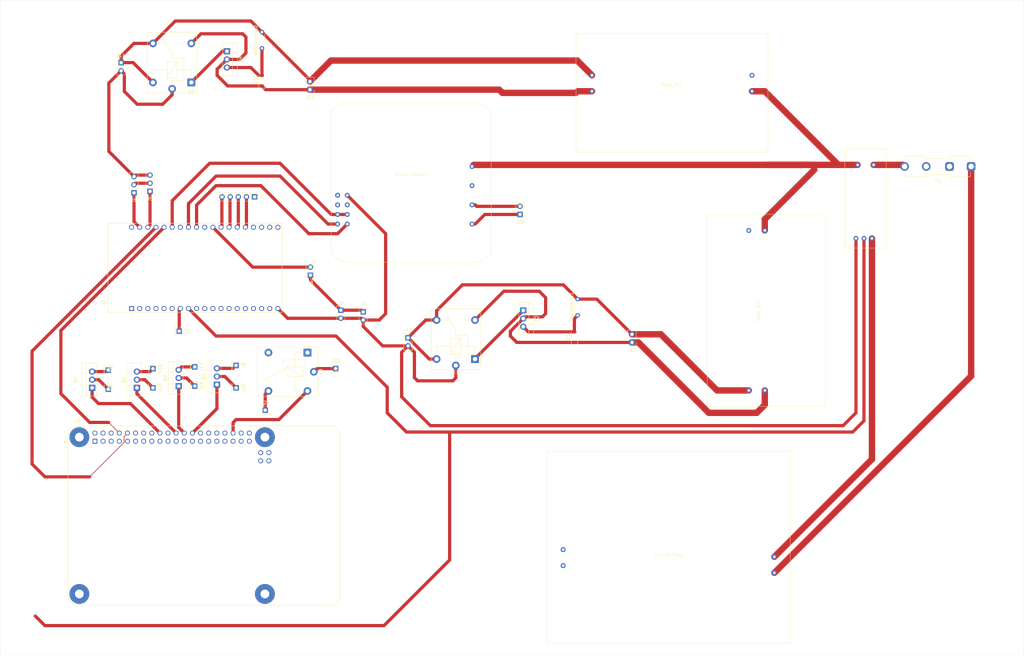
<source format=kicad_pcb>
(kicad_pcb (version 20240108) (generator "pcbnew") (generator_version "8.0")
  (layers (0 "F.Cu" signal) (31 "B.Cu" signal) (34 "B.Paste" user) (35 "F.Paste" user) (36 "B.SilkS" user "B.Silkscreen") (37 "F.SilkS" user "F.Silkscreen") (38 "B.Mask" user) (39 "F.Mask" user) (44 "Edge.Cuts" user))
  (net 0 "")
  (net 1 "Net-(D1-K)")
  (net 2 "Net-(D1-A)")
  (net 3 "Net-(D2-K)")
  (net 4 "Net-(D3-A)")
  (net 5 "Net-(D4-K)")
  (net 6 "Servo2")
  (net 7 "GND")
  (net 8 "SensorGiro")
  (net 9 "Corriente")
  (net 10 "Acelerador")
  (net 11 "5V")
  (net 12 "Servo1")
  (net 13 "Rele2")
  (net 14 "Rele5")
  (net 15 "Rele3")
  (net 16 "Rele4")
  (net 17 "Rele1")
  (net 18 "Net-(J4-Pin_2)")
  (net 24 "TX ESP")
  (net 29 "Net-(J4-Pin_3)")
  (net 33 "RX ESP")
  (net 37 "L_PWM")
  (net 38 "R_PWM")
  (net 39 "R_EN_L_EN")
  (net 40 "7V")
  (net 41 "Net-(J8-Pin_1)")
  (net 42 "Net-(J16-Pin_1)")
  (net 43 "Net-(J17-Pin_1)")
  (net 44 "Net-(J18-Pin_1)")
  (net 45 "Net-(J19-Pin_1)")
  (net 46 "Net-(J20-Pin_1)")
  (net 47 "Net-(J21-Pin_1)")
  (net 48 "Net-(J22-Pin_1)")
  (net 49 "Net-(J23-Pin_1)")
  (net 50 "Net-(J24-Pin_1)")
  (net 51 "Net-(D3-K)")
  (net 52 "Net-(Driver_Motor1-VIN_MOTOR_1)")
  (net 54 "Net-(Driver_Motor1-VIN)")
  (net 56 "Net-(Driver_Motor1-VIN_MOTOR_2)")
  (net 59 "Net-(Sensor_Corriente1-Cable2)")
  (net 60 "Net-(J4-Pin_4)")
  (net 61 "Net-(J4-Pin_5)")
  (net 67 "Net-(U2-3V3-Pad1)")
  (net 80 "Net-(U2-SHIELD-PadS1)")
  (footprint "Connector_PinHeader_2.54mm:PinHeader_1x02_P2.54mm_Vertical" (layer "F.Cu") (at 163.5 138.46)
    (property "Reference" "J7" (at 0 -2.33 0) (layer "F.SilkS"))
    (property "Value" "SensorGiro")
    (pad "1" thru_hole rect (at 0 0) (size 1.7 1.7) (drill 1) (layers "*.Cu" "*.Mask") (net 7 "GND"))
    (pad "2" thru_hole oval (at 0 2.54) (size 1.7 1.7) (drill 1) (layers "*.Cu" "*.Mask") (net 11 "5V"))
  )
  (footprint "Resistor_THT:R_Axial_DIN0204_L3.6mm_D1.6mm_P5.08mm_Horizontal" (layer "F.Cu") (at 230.5 139.54 90)
    (property "Reference" "Resistencia1" (at 2.54 -1.92 90) (layer "F.SilkS"))
    (property "Value" "Resistencia 5V")
    (pad "1" thru_hole circle (at 0 0 90) (size 1.4 1.4) (drill 0.7) (layers "*.Cu" "*.Mask") (net 2 "Net-(D1-A)"))
    (pad "2" thru_hole oval (at 5.08 0 90) (size 1.4 1.4) (drill 0.7) (layers "*.Cu" "*.Mask") (net 7 "GND"))
  )
  (footprint "Connector_PinHeader_2.54mm:PinHeader_1x01_P2.54mm_Vertical" (layer "F.Cu") (at 106 144.5 -90)
    (property "Reference" "J2" (at 0 -2.33 90) (layer "F.SilkS"))
    (property "Value" "Sensor Giro" (hide yes))
    (pad "1" thru_hole rect (at 0 0 270) (size 1.7 1.7) (drill 1) (layers "*.Cu" "*.Mask") (net 8 "SensorGiro"))
  )
  (footprint "Connector_PinHeader_2.54mm:PinHeader_1x01_P2.54mm_Vertical" (layer "F.Cu") (at 154.87 156.1745)
    (property "Reference" "J23" (at 0 -2.33 360) (layer "F.SilkS"))
    (property "Value" "Arranque1")
    (pad "1" thru_hole rect (at 0 0) (size 1.7 1.7) (drill 1) (layers "*.Cu" "*.Mask") (net 49 "Net-(J23-Pin_1)"))
  )
  (footprint "Connector_PinHeader_2.54mm:PinHeader_1x01_P2.54mm_Vertical" (layer "F.Cu") (at 83.825 162.647 -90)
    (property "Reference" "J22" (at -0.54 -0.54 90) (layer "F.SilkS"))
    (property "Value" "Sobrante2")
    (pad "1" thru_hole rect (at 0 0 270) (size 1.7 1.7) (drill 1) (layers "*.Cu" "*.Mask") (net 48 "Net-(J22-Pin_1)"))
  )
  (footprint "Relay_THT:Relay_SPDT_Finder_36.11" (layer "F.Cu") (at 198.4325 153.2 180)
    (property "Reference" "K1" (at 6 -4.2 0) (layer "F.SilkS"))
    (property "Value" "Rele 5V")
    (pad "11" thru_hole circle (at 6 -2 180) (size 2.4 2.4) (drill 1.3) (layers "*.Cu" "*.Mask") (net 11 "5V") (clearance 0.2))
    (pad "12" thru_hole circle (at 12 12.2 180) (size 2.4 2.4) (drill 1.3) (layers "*.Cu" "*.Mask") (net 7 "GND"))
    (pad "14" thru_hole circle (at 0 12.2 180) (size 2.4 2.4) (drill 1.3) (layers "*.Cu" "*.Mask") (net 1 "Net-(D1-K)"))
    (pad "A1" thru_hole roundrect (at 0 0 180) (size 2.5 2.5) (drill 1.3) (layers "*.Cu" "*.Mask") (roundrect_rratio 0.1) (net 3 "Net-(D2-K)"))
    (pad "A2" thru_hole circle (at 12 0 180) (size 2.4 2.4) (drill 1.3) (layers "*.Cu" "*.Mask") (net 7 "GND"))
  )
  (footprint "Connector_PinHeader_2.54mm:PinHeader_1x02_P2.54mm_Vertical" (layer "F.Cu") (at 146.84 69 180)
    (property "Reference" "J13" (at 0 -2.33 0) (layer "F.SilkS"))
    (property "Value" "Conector Entrada 7V")
    (pad "1" thru_hole rect (at 0 0 180) (size 1.7 1.7) (drill 1) (layers "*.Cu" "*.Mask") (net 51 "Net-(D3-K)"))
    (pad "2" thru_hole oval (at 0 2.54 180) (size 1.7 1.7) (drill 1) (layers "*.Cu" "*.Mask") (net 7 "GND"))
  )
  (footprint "Package_TO_SOT_THT:TO-220-3_Vertical" (layer "F.Cu") (at 120.895 57 -90)
    (property "Reference" "D4" (at 2.54 -4.27 90) (layer "F.SilkS"))
    (property "Value" "SCR 7V")
    (pad "1" thru_hole rect (at 0 0 270) (size 1.905 2) (drill 1.1) (layers "*.Cu" "*.Mask") (net 5 "Net-(D4-K)"))
    (pad "2" thru_hole oval (at 2.54 0 270) (size 1.905 2) (drill 1.1) (layers "*.Cu" "*.Mask") (net 51 "Net-(D3-K)"))
    (pad "3" thru_hole oval (at 5.08 0 270) (size 1.905 2) (drill 1.1) (layers "*.Cu" "*.Mask") (net 4 "Net-(D3-A)"))
  )
  (footprint "Connector_PinHeader_2.54mm:PinHeader_1x01_P2.54mm_Vertical" (layer "F.Cu") (at 97.77 162.187 -90)
    (property "Reference" "J20" (at 0 -2.33 90) (layer "F.SilkS"))
    (property "Value" "MarchaAtras2")
    (pad "1" thru_hole rect (at 0 0 270) (size 1.7 1.7) (drill 1) (layers "*.Cu" "*.Mask") (net 46 "Net-(J20-Pin_1)"))
  )
  (footprint "Package_TO_SOT_THT:TO-220-3_Vertical" (layer "F.Cu") (at 78.77 162.187 90)
    (property "Reference" "Q4" (at 2.54 -5.27 90) (layer "F.SilkS"))
    (property "Value" "IO14")
    (pad "1" thru_hole rect (at 0 0 90) (size 1.905 2) (drill 1.1) (layers "*.Cu" "*.Mask") (net 16 "Rele4"))
    (pad "2" thru_hole oval (at 2.54 0 90) (size 1.905 2) (drill 1.1) (layers "*.Cu" "*.Mask") (net 48 "Net-(J22-Pin_1)"))
    (pad "3" thru_hole oval (at 5.08 0 90) (size 1.905 2) (drill 1.1) (layers "*.Cu" "*.Mask") (net 47 "Net-(J21-Pin_1)"))
  )
  (footprint "Sensor_Corriente:Sensor_Corriente" (layer "F.Cu") (at 320.5 103 90)
    (property "Reference" "Sensor_Corriente1" (hide yes))
    (property "Value" "~")
    (pad "1" thru_hole circle (at -12.5 -3 90) (size 1.524 1.524) (drill 0.762) (layers "*.Cu" "*.Mask") (net 11 "5V"))
    (pad "2" thru_hole circle (at -12.5 -0.5 90) (size 1.524 1.524) (drill 0.762) (layers "*.Cu" "*.Mask") (net 9 "Corriente"))
    (pad "3" thru_hole circle (at -12.5 2 90) (size 1.524 1.524) (drill 0.762) (layers "*.Cu" "*.Mask") (net 7 "GND"))
    (pad "4" thru_hole circle (at 10.5 -2.5 90) (size 1.524 1.524) (drill 0.762) (layers "*.Cu" "*.Mask") (net 54 "Net-(Driver_Motor1-VIN)"))
    (pad "5" thru_hole circle (at 10.5 2.5 90) (size 1.524 1.524) (drill 0.762) (layers "*.Cu" "*.Mask") (net 59 "Net-(Sensor_Corriente1-Cable2)"))
  )
  (footprint "Connector_PinHeader_2.54mm:PinHeader_1x01_P2.54mm_Vertical" (layer "F.Cu") (at 123.77 155.187 -90)
    (property "Reference" "J8" (at 0 -2.33 90) (layer "F.SilkS"))
    (property "Value" "Luz1")
    (pad "1" thru_hole rect (at 0 0 270) (size 1.7 1.7) (drill 1) (layers "*.Cu" "*.Mask") (net 41 "Net-(J8-Pin_1)"))
  )
  (footprint "XL4060_Footprint:XL4016" (layer "F.Cu") (at 260 70 180)
    (property "Reference" "Step_7V1" (at 0 2.5 0) (layer "F.SilkS") (effects (font (thickness 0.1))))
    (property "Value" "~")
    (pad "1" thru_hole circle (at -25 0.5 180) (size 1.524 1.524) (drill 0.762) (layers "*.Cu" "*.Mask") (net 54 "Net-(Driver_Motor1-VIN)"))
    (pad "2" thru_hole circle (at -25 5.5 180) (size 1.524 1.524) (drill 0.762) (layers "*.Cu" "*.Mask") (net 7 "GND"))
    (pad "3" thru_hole circle (at 25 0.5 180) (size 1.524 1.524) (drill 0.762) (layers "*.Cu" "*.Mask") (net 51 "Net-(D3-K)"))
    (pad "4" thru_hole circle (at 25 5.5 180) (size 1.524 1.524) (drill 0.762) (layers "*.Cu" "*.Mask") (net 7 "GND"))
  )
  (footprint "Connector_PinHeader_2.54mm:PinHeader_1x02_P2.54mm_Vertical" (layer "F.Cu") (at 87.84 60.54)
    (property "Reference" "J14" (at 0 -2.33 0) (layer "F.SilkS"))
    (property "Value" "Conector Salida 7V")
    (pad "1" thru_hole rect (at 0 0) (size 1.7 1.7) (drill 1) (layers "*.Cu" "*.Mask") (net 7 "GND"))
    (pad "2" thru_hole oval (at 0 2.54) (size 1.7 1.7) (drill 1) (layers "*.Cu" "*.Mask") (net 40 "7V"))
  )
  (footprint "Huella_Rasp:MODULE_RASPBERRY_PI_4B_4GB" (layer "F.Cu") (at 113.77 202.107)
    (property "Reference" "U2" (at -39.575 -29.635 360) (layer "F.SilkS"))
    (property "Value" "RASPBERRY_PI_4B_4GB")
    (pad "1" thru_hole rect (at -34.13 -23.23) (size 1.524 1.524) (drill 1.016) (layers "*.Cu" "*.Mask") (net 67 "Net-(U2-3V3-Pad1)"))
    (pad "2" thru_hole circle (at -34.13 -25.77) (size 1.524 1.524) (drill 1.016) (layers "*.Cu" "*.Mask") (net 11 "5V"))
    (pad "3" thru_hole circle (at -31.59 -23.23) (size 1.524 1.524) (drill 1.016) (layers "*.Cu" "*.Mask"))
    (pad "4" thru_hole circle (at -31.59 -25.77) (size 1.524 1.524) (drill 1.016) (layers "*.Cu" "*.Mask") (net 11 "5V"))
    (pad "5" thru_hole circle (at -29.05 -23.23) (size 1.524 1.524) (drill 1.016) (layers "*.Cu" "*.Mask"))
    (pad "6" thru_hole circle (at -29.05 -25.77) (size 1.524 1.524) (drill 1.016) (layers "*.Cu" "*.Mask") (net 7 "GND"))
    (pad "7" thru_hole circle (at -26.51 -23.23) (size 1.524 1.524) (drill 1.016) (layers "*.Cu" "*.Mask"))
    (pad "8" thru_hole circle (at -26.51 -25.77) (size 1.524 1.524) (drill 1.016) (layers "*.Cu" "*.Mask") (net 33 "RX ESP"))
    (pad "9" thru_hole circle (at -23.97 -23.23) (size 1.524 1.524) (drill 1.016) (layers "*.Cu" "*.Mask") (net 7 "GND"))
    (pad "10" thru_hole circle (at -23.97 -25.77) (size 1.524 1.524) (drill 1.016) (layers "*.Cu" "*.Mask") (net 24 "TX ESP"))
    (pad "11" thru_hole circle (at -21.43 -23.23) (size 1.524 1.524) (drill 1.016) (layers "*.Cu" "*.Mask"))
    (pad "12" thru_hole circle (at -21.43 -25.77) (size 1.524 1.524) (drill 1.016) (layers "*.Cu" "*.Mask"))
    (pad "13" thru_hole circle (at -18.89 -23.23) (size 1.524 1.524) (drill 1.016) (layers "*.Cu" "*.Mask"))
    (pad "14" thru_hole circle (at -18.89 -25.77) (size 1.524 1.524) (drill 1.016) (layers "*.Cu" "*.Mask") (net 7 "GND"))
    (pad "15" thru_hole circle (at -16.35 -23.23) (size 1.524 1.524) (drill 1.016) (layers "*.Cu" "*.Mask"))
    (pad "16" thru_hole circle (at -16.35 -25.77) (size 1.524 1.524) (drill 1.016) (layers "*.Cu" "*.Mask"))
    (pad "17" thru_hole circle (at -13.81 -23.23) (size 1.524 1.524) (drill 1.016) (layers "*.Cu" "*.Mask") (net 67 "Net-(U2-3V3-Pad1)"))
    (pad "18" thru_hole circle (at -13.81 -25.77) (size 1.524 1.524) (drill 1.016) (layers "*.Cu" "*.Mask") (net 16 "Rele4"))
    (pad "19" thru_hole circle (at -11.27 -23.23) (size 1.524 1.524) (drill 1.016) (layers "*.Cu" "*.Mask"))
    (pad "20" thru_hole circle (at -11.27 -25.77) (size 1.524 1.524) (drill 1.016) (layers "*.Cu" "*.Mask") (net 7 "GND"))
    (pad "21" thru_hole circle (at -8.73 -23.23) (size 1.524 1.524) (drill 1.016) (layers "*.Cu" "*.Mask"))
    (pad "22" thru_hole circle (at -8.73 -25.77) (size 1.524 1.524) (drill 1.016) (layers "*.Cu" "*.Mask") (net 15 "Rele3"))
    (pad "23" thru_hole circle (at -6.19 -23.23) (size 1.524 1.524) (drill 1.016) (layers "*.Cu" "*.Mask"))
    (pad "24" thru_hole circle (at -6.19 -25.77) (size 1.524 1.524) (drill 1.016) (layers "*.Cu" "*.Mask") (net 13 "Rele2"))
    (pad "25" thru_hole circle (at -3.65 -23.23) (size 1.524 1.524) (drill 1.016) (layers "*.Cu" "*.Mask") (net 7 "GND"))
    (pad "26" thru_hole circle (at -3.65 -25.77) (size 1.524 1.524) (drill 1.016) (layers "*.Cu" "*.Mask") (net 17 "Rele1"))
    (pad "27" thru_hole circle (at -1.11 -23.23) (size 1.524 1.524) (drill 1.016) (layers "*.Cu" "*.Mask"))
    (pad "28" thru_hole circle (at -1.11 -25.77) (size 1.524 1.524) (drill 1.016) (layers "*.Cu" "*.Mask"))
    (pad "29" thru_hole circle (at 1.43 -23.23) (size 1.524 1.524) (drill 1.016) (layers "*.Cu" "*.Mask"))
    (pad "30" thru_hole circle (at 1.43 -25.77) (size 1.524 1.524) (drill 1.016) (layers "*.Cu" "*.Mask") (net 7 "GND"))
    (pad "31" thru_hole circle (at 3.97 -23.23) (size 1.524 1.524) (drill 1.016) (layers "*.Cu" "*.Mask"))
    (pad "32" thru_hole circle (at 3.97 -25.77) (size 1.524 1.524) (drill 1.016) (layers "*.Cu" "*.Mask"))
    (pad "33" thru_hole circle (at 6.51 -23.23) (size 1.524 1.524) (drill 1.016) (layers "*.Cu" "*.Mask"))
    (pad "34" thru_hole circle (at 6.51 -25.77) (size 1.524 1.524) (drill 1.016) (layers "*.Cu" "*.Mask") (net 7 "GND"))
    (pad "35" thru_hole circle (at 9.05 -23.23) (size 1.524 1.524) (drill 1.016) (layers "*.Cu" "*.Mask"))
    (pad "36" thru_hole circle (at 9.05 -25.77) (size 1.524 1.524) (drill 1.016) (layers "*.Cu" "*.Mask") (net 14 "Rele5"))
    (pad "37" thru_hole circle (at 11.59 -23.23) (size 1.524 1.524) (drill 1.016) (layers "*.Cu" "*.Mask"))
    (pad "38" thru_hole circle (at 11.59 -25.77) (size 1.524 1.524) (drill 1.016) (layers "*.Cu" "*.Mask"))
    (pad "39" thru_hole circle (at 14.13 -23.23) (size 1.524 1.524) (drill 1.016) (layers "*.Cu" "*.Mask") (net 7 "GND"))
    (pad "40" thru_hole circle (at 14.13 -25.77) (size 1.524 1.524) (drill 1.016) (layers "*.Cu" "*.Mask"))
    (pad "41" thru_hole circle (at 20.23 -17.107) (size 1.524 1.524) (drill 1.016) (layers "*.Cu" "*.Mask"))
    (pad "42" thru_hole circle (at 20.23 -19.647) (size 1.524 1.524) (drill 1.016) (layers "*.Cu" "*.Mask"))
    (pad "43" thru_hole circle (at 17.69 -17.107) (size 1.524 1.524) (drill 1.016) (layers "*.Cu" "*.Mask"))
    (pad "44" thru_hole circle (at 17.69 -19.647) (size 1.524 1.524) (drill 1.016) (layers "*.Cu" "*.Mask"))
    (pad "S1" thru_hole circle (at -39 -24.5) (size 6.2 6.2) (drill 2.75) (layers "*.Cu" "*.Mask") (net 80 "Net-(U2-SHIELD-PadS1)"))
    (pad "S2" thru_hole circle (at 19 -24.5) (size 6.2 6.2) (drill 2.75) (layers "*.Cu" "*.Mask") (net 80 "Net-(U2-SHIELD-PadS1)"))
    (pad "S3" thru_hole circle (at 19 24.5) (size 6.2 6.2) (drill 2.75) (layers "*.Cu" "*.Mask") (net 80 "Net-(U2-SHIELD-PadS1)"))
    (pad "S4" thru_hole circle (at -39 24.5) (size 6.2 6.2) (drill 2.75) (layers "*.Cu" "*.Mask") (net 80 "Net-(U2-SHIELD-PadS1)"))
  )
  (footprint "Connector_PinHeader_2.54mm:PinHeader_1x01_P2.54mm_Vertical" (layer "F.Cu") (at 97.77 156.187 -90)
    (property "Reference" "J19" (at 0 -2.33 90) (layer "F.SilkS"))
    (property "Value" "MarchaAtras1")
    (pad "1" thru_hole rect (at 0 0 270) (size 1.7 1.7) (drill 1) (layers "*.Cu" "*.Mask") (net 45 "Net-(J19-Pin_1)"))
  )
  (footprint "XL4060_Footprint:XL4016" (layer "F.Cu") (at 289.5 138 -90)
    (property "Reference" "Step_5V1" (at 0 2.5 90) (layer "F.SilkS") (effects (font (thickness 0.1))))
    (property "Value" "~")
    (pad "1" thru_hole circle (at -25 0.5 270) (size 1.524 1.524) (drill 0.762) (layers "*.Cu" "*.Mask") (net 54 "Net-(Driver_Motor1-VIN)"))
    (pad "2" thru_hole circle (at -25 5.5 270) (size 1.524 1.524) (drill 0.762) (layers "*.Cu" "*.Mask") (net 7 "GND"))
    (pad "3" thru_hole circle (at 25 0.5 270) (size 1.524 1.524) (drill 0.762) (layers "*.Cu" "*.Mask") (net 1 "Net-(D1-K)"))
    (pad "4" thru_hole circle (at 25 5.5 270) (size 1.524 1.524) (drill 0.762) (layers "*.Cu" "*.Mask") (net 7 "GND"))
  )
  (footprint "Package_TO_SOT_THT:TO-220-3_Vertical" (layer "F.Cu") (at 105.825 161.647 90)
    (property "Reference" "Q2" (at 2.54 -4.27 90) (layer "F.SilkS"))
    (property "Value" "IO26")
    (pad "1" thru_hole rect (at 0 0 90) (size 1.905 2) (drill 1.1) (layers "*.Cu" "*.Mask") (net 13 "Rele2"))
    (pad "2" thru_hole oval (at 2.54 0 90) (size 1.905 2) (drill 1.1) (layers "*.Cu" "*.Mask") (net 44 "Net-(J18-Pin_1)"))
    (pad "3" thru_hole oval (at 5.08 0 90) (size 1.905 2) (drill 1.1) (layers "*.Cu" "*.Mask") (net 43 "Net-(J17-Pin_1)"))
  )
  (footprint "Fuse:Fuseholder_Clip-5x20mm_Eaton_1A5601-01_Inline_P20.80x6.76mm_D1.70mm_Horizontal" (layer "F.Cu") (at 353.5 93 180)
    (property "Reference" "F1" (at 10.4 -4.5 0) (layer "F.SilkS"))
    (property "Value" "Fuse")
    (pad "1" thru_hole roundrect (at 0 0 180) (size 2.7 2.7) (drill 1.7) (layers "*.Cu" "*.Mask") (net 54 "Net-(Driver_Motor1-VIN)"))
    (pad "1" thru_hole roundrect (at 6.76 0 180) (size 2.7 2.7) (drill 1.7) (layers "*.Cu" "*.Mask") (net 54 "Net-(Driver_Motor1-VIN)"))
    (pad "2" thru_hole circle (at 14.04 0 180) (size 2.7 2.7) (drill 1.7) (layers "*.Cu" "*.Mask") (net 59 "Net-(Sensor_Corriente1-Cable2)"))
    (pad "2" thru_hole circle (at 20.8 0 180) (size 2.7 2.7) (drill 1.7) (layers "*.Cu" "*.Mask") (net 59 "Net-(Sensor_Corriente1-Cable2)"))
  )
  (footprint "Step_Down_Chino:Step_Down_Chinp" (layer "F.Cu") (at 259 212)
    (property "Reference" "Step_Chino1" (at 0 2.5 180) (layer "F.SilkS") (effects (font (thickness 0.1))))
    (property "Value" "~")
    (pad "1" thru_hole circle (at -33 0.762) (size 1.524 1.524) (drill 0.762) (layers "*.Cu" "*.Mask"))
    (pad "2" thru_hole circle (at -33 5.762) (size 1.524 1.524) (drill 0.762) (layers "*.Cu" "*.Mask"))
    (pad "3" thru_hole circle (at 33 3) (size 1.524 1.524) (drill 0.762) (layers "*.Cu" "*.Mask") (net 7 "GND"))
    (pad "4" thru_hole circle (at 33 8) (size 1.524 1.524) (drill 0.762) (layers "*.Cu" "*.Mask") (net 54 "Net-(Driver_Motor1-VIN)"))
  )
  (footprint "Package_TO_SOT_THT:TO-220-3_Vertical" (layer "F.Cu") (at 117.77 161.187 90)
    (property "Reference" "Q1" (at 2.54 -4.27 90) (layer "F.SilkS"))
    (property "Value" "IO25")
    (pad "1" thru_hole rect (at 0 0 90) (size 1.905 2) (drill 1.1) (layers "*.Cu" "*.Mask") (net 17 "Rele1"))
    (pad "2" thru_hole oval (at 2.54 0 90) (size 1.905 2) (drill 1.1) (layers "*.Cu" "*.Mask") (net 42 "Net-(J16-Pin_1)"))
    (pad "3" thru_hole oval (at 5.08 0 90) (size 1.905 2) (drill 1.1) (layers "*.Cu" "*.Mask") (net 41 "Net-(J8-Pin_1)"))
  )
  (footprint "Connector_PinHeader_2.54mm:PinHeader_1x01_P2.54mm_Vertical" (layer "F.Cu") (at 110.825 161.647 -90)
    (property "Reference" "J18" (at 0 -2.33 90) (layer "F.SilkS"))
    (property "Value" "Cambios 2")
    (pad "1" thru_hole rect (at 0 0 270) (size 1.7 1.7) (drill 1) (layers "*.Cu" "*.Mask") (net 44 "Net-(J18-Pin_1)"))
  )
  (footprint "Connector_PinHeader_2.54mm:PinHeader_1x01_P2.54mm_Vertical" (layer "F.Cu") (at 132.87 169.1745)
    (property "Reference" "J24" (at 0 -2.33 360) (layer "F.SilkS"))
    (property "Value" "Arranque2")
    (pad "1" thru_hole rect (at 0 0) (size 1.7 1.7) (drill 1) (layers "*.Cu" "*.Mask") (net 50 "Net-(J24-Pin_1)"))
  )
  (footprint "Connector_PinHeader_2.54mm:PinHeader_1x01_P2.54mm_Vertical" (layer "F.Cu") (at 123.77 162.187 -90)
    (property "Reference" "J16" (at 0 -2.33 90) (layer "F.SilkS"))
    (property "Value" "Luz2")
    (pad "1" thru_hole rect (at 0 0 270) (size 1.7 1.7) (drill 1) (layers "*.Cu" "*.Mask") (net 42 "Net-(J16-Pin_1)"))
  )
  (footprint "Huella ESP:MODULE_ESP32-DEVKITC-32D" (layer "F.Cu") (at 110.86 124.7 90)
    (property "Reference" "U1" (at -10.829175 -28.446045 90) (layer "F.SilkS") (effects (font (size 1.000386 1.000386))))
    (property "Value" "ESP32-DEVKITC-32D")
    (pad "J2-1" thru_hole rect (at -12.7 -19.76 90) (size 1.56 1.56) (drill 1.04) (layers "*.Cu" "*.Mask"))
    (pad "J2-2" thru_hole circle (at -12.7 -17.22 90) (size 1.56 1.56) (drill 1.04) (layers "*.Cu" "*.Mask"))
    (pad "J2-3" thru_hole circle (at -12.7 -14.68 90) (size 1.56 1.56) (drill 1.04) (layers "*.Cu" "*.Mask"))
    (pad "J2-4" thru_hole circle (at -12.7 -12.14 90) (size 1.56 1.56) (drill 1.04) (layers "*.Cu" "*.Mask"))
    (pad "J2-5" thru_hole circle (at -12.7 -9.6 90) (size 1.56 1.56) (drill 1.04) (layers "*.Cu" "*.Mask"))
    (pad "J2-6" thru_hole circle (at -12.7 -7.06 90) (size 1.56 1.56) (drill 1.04) (layers "*.Cu" "*.Mask"))
    (pad "J2-7" thru_hole circle (at -12.7 -4.52 90) (size 1.56 1.56) (drill 1.04) (layers "*.Cu" "*.Mask") (net 8 "SensorGiro"))
    (pad "J2-8" thru_hole circle (at -12.7 -1.98 90) (size 1.56 1.56) (drill 1.04) (layers "*.Cu" "*.Mask") (net 9 "Corriente"))
    (pad "J2-9" thru_hole circle (at -12.7 0.56 90) (size 1.56 1.56) (drill 1.04) (layers "*.Cu" "*.Mask"))
    (pad "J2-10" thru_hole circle (at -12.7 3.1 90) (size 1.56 1.56) (drill 1.04) (layers "*.Cu" "*.Mask"))
    (pad "J2-11" thru_hole circle (at -12.7 5.64 90) (size 1.56 1.56) (drill 1.04) (layers "*.Cu" "*.Mask"))
    (pad "J2-12" thru_hole circle (at -12.7 8.18 90) (size 1.56 1.56) (drill 1.04) (layers "*.Cu" "*.Mask"))
    (pad "J2-13" thru_hole circle (at -12.7 10.72 90) (size 1.56 1.56) (drill 1.04) (layers "*.Cu" "*.Mask"))
    (pad "J2-14" thru_hole circle (at -12.7 13.26 90) (size 1.56 1.56) (drill 1.04) (layers "*.Cu" "*.Mask") (net 7 "GND"))
    (pad "J2-15" thru_hole circle (at -12.7 15.8 90) (size 1.56 1.56) (drill 1.04) (layers "*.Cu" "*.Mask"))
    (pad "J2-16" thru_hole circle (at -12.7 18.34 90) (size 1.56 1.56) (drill 1.04) (layers "*.Cu" "*.Mask"))
    (pad "J2-17" thru_hole circle (at -12.7 20.88 90) (size 1.56 1.56) (drill 1.04) (layers "*.Cu" "*.Mask"))
    (pad "J2-18" thru_hole circle (at -12.7 23.42 90) (size 1.56 1.56) (drill 1.04) (layers "*.Cu" "*.Mask"))
    (pad "J2-19" thru_hole circle (at -12.7 25.96 90) (size 1.56 1.56) (drill 1.04) (layers "*.Cu" "*.Mask") (net 11 "5V"))
    (pad "J3-1" thru_hole circle (at 12.7 -19.76 90) (size 1.56 1.56) (drill 1.04) (layers "*.Cu" "*.Mask") (net 7 "GND"))
    (pad "J3-2" thru_hole circle (at 12.7 -17.22 90) (size 1.56 1.56) (drill 1.04) (layers "*.Cu" "*.Mask") (net 6 "Servo2"))
    (pad "J3-3" thru_hole circle (at 12.7 -14.68 90) (size 1.56 1.56) (drill 1.04) (layers "*.Cu" "*.Mask") (net 12 "Servo1"))
    (pad "J3-4" thru_hole circle (at 12.7 -12.14 90) (size 1.56 1.56) (drill 1.04) (layers "*.Cu" "*.Mask") (net 24 "TX ESP"))
    (pad "J3-5" thru_hole circle (at 12.7 -9.6 90) (size 1.56 1.56) (drill 1.04) (layers "*.Cu" "*.Mask") (net 33 "RX ESP"))
    (pad "J3-6" thru_hole circle (at 12.7 -7.06 90) (size 1.56 1.56) (drill 1.04) (layers "*.Cu" "*.Mask") (net 39 "R_EN_L_EN"))
    (pad "J3-7" thru_hole circle (at 12.7 -4.52 90) (size 1.56 1.56) (drill 1.04) (layers "*.Cu" "*.Mask") (net 7 "GND"))
    (pad "J3-8" thru_hole circle (at 12.7 -1.98 90) (size 1.56 1.56) (drill 1.04) (layers "*.Cu" "*.Mask") (net 37 "L_PWM"))
    (pad "J3-9" thru_hole circle (at 12.7 0.56 90) (size 1.56 1.56) (drill 1.04) (layers "*.Cu" "*.Mask") (net 38 "R_PWM"))
    (pad "J3-10" thru_hole circle (at 12.7 3.1 90) (size 1.56 1.56) (drill 1.04) (layers "*.Cu" "*.Mask"))
    (pad "J3-11" thru_hole circle (at 12.7 5.64 90) (size 1.56 1.56) (drill 1.04) (layers "*.Cu" "*.Mask") (net 10 "Acelerador"))
    (pad "J3-12" thru_hole circle (at 12.7 8.18 90) (size 1.56 1.56) (drill 1.04) (layers "*.Cu" "*.Mask") (net 61 "Net-(J4-Pin_5)"))
    (pad "J3-13" thru_hole circle (at 12.7 10.72 90) (size 1.56 1.56) (drill 1.04) (layers "*.Cu" "*.Mask") (net 60 "Net-(J4-Pin_4)"))
    (pad "J3-14" thru_hole circle (at 12.7 13.26 90) (size 1.56 1.56) (drill 1.04) (layers "*.Cu" "*.Mask") (net 29 "Net-(J4-Pin_3)"))
    (pad "J3-15" thru_hole circle (at 12.7 15.8 90) (size 1.56 1.56) (drill 1.04) (layers "*.Cu" "*.Mask") (net 18 "Net-(J4-Pin_2)"))
    (pad "J3-16" thru_hole circle (at 12.7 18.34 90) (size 1.56 1.56) (drill 1.04) (layers "*.Cu" "*.Mask"))
    (pad "J3-17" thru_hole circle (at 12.7 20.88 90) (size 1.56 1.56) (drill 1.04) (layers "*.Cu" "*.Mask"))
    (pad "J3-18" thru_hole circle (at 12.7 23.42 90) (size 1.56 1.56) (drill 1.04) (layers "*.Cu" "*.Mask"))
    (pad "J3-19" thru_hole circle (at 12.7 25.96 90) (size 1.56 1.56) (drill 1.04) (layers "*.Cu" "*.Mask"))
  )
  (footprint "Connector_PinHeader_2.54mm:PinHeader_1x02_P2.54mm_Vertical" (layer "F.Cu") (at 247.5 148 180)
    (property "Reference" "J11" (at 0 -2.33 0) (layer "F.SilkS"))
    (property "Value" "Conector Entrada 5V")
    (pad "1" thru_hole rect (at 0 0 180) (size 1.7 1.7) (drill 1) (layers "*.Cu" "*.Mask") (net 1 "Net-(D1-K)"))
    (pad "2" thru_hole oval (at 0 2.54 180) (size 1.7 1.7) (drill 1) (layers "*.Cu" "*.Mask") (net 7 "GND"))
  )
  (footprint "Resistor_THT:R_Axial_DIN0204_L3.6mm_D1.6mm_P5.08mm_Horizontal" (layer "F.Cu") (at 131.84 56.08 90)
    (property "Reference" "Resistencia2" (at 2.54 -1.92 90) (layer "F.SilkS"))
    (property "Value" "Resistencia 7V")
    (pad "1" thru_hole circle (at 0 0 90) (size 1.4 1.4) (drill 0.7) (layers "*.Cu" "*.Mask") (net 4 "Net-(D3-A)"))
    (pad "2" thru_hole oval (at 5.08 0 90) (size 1.4 1.4) (drill 0.7) (layers "*.Cu" "*.Mask") (net 7 "GND"))
  )
  (footprint "Connector_PinHeader_2.54mm:PinHeader_1x02_P2.54mm_Vertical" (layer "F.Cu") (at 147 127 180)
    (property "Reference" "J3" (at 0 -2.33 0) (layer "F.SilkS"))
    (property "Value" "Acelerador")
    (pad "1" thru_hole rect (at 0 0 180) (size 1.7 1.7) (drill 1) (layers "*.Cu" "*.Mask") (net 7 "GND"))
    (pad "2" thru_hole oval (at 0 2.54 180) (size 1.7 1.7) (drill 1) (layers "*.Cu" "*.Mask") (net 10 "Acelerador"))
  )
  (footprint "Connector_PinHeader_2.54mm:PinHeader_1x02_P2.54mm_Vertical" (layer "F.Cu") (at 156.5 137.92)
    (property "Reference" "J6" (at 0 -2.33 0) (layer "F.SilkS"))
    (property "Value" "Antena")
    (pad "1" thru_hole rect (at 0 0) (size 1.7 1.7) (drill 1) (layers "*.Cu" "*.Mask") (net 7 "GND"))
    (pad "2" thru_hole oval (at 0 2.54) (size 1.7 1.7) (drill 1) (layers "*.Cu" "*.Mask") (net 11 "5V"))
  )
  (footprint "Relay_THT:Relay_SPDT_Finder_36.11" (layer "F.Cu") (at 146.07 151.1745 -90)
    (property "Reference" "K3" (at 6 -4.2 90) (layer "F.SilkS"))
    (property "Value" "Arranque")
    (pad "11" thru_hole circle (at 6 -2 270) (size 2.4 2.4) (drill 1.3) (layers "*.Cu" "*.Mask") (net 49 "Net-(J23-Pin_1)") (clearance 0.2))
    (pad "12" thru_hole circle (at 12 12.2 270) (size 2.4 2.4) (drill 1.3) (layers "*.Cu" "*.Mask") (net 50 "Net-(J24-Pin_1)"))
    (pad "14" thru_hole circle (at 0 12.2 270) (size 2.4 2.4) (drill 1.3) (layers "*.Cu" "*.Mask") (net 7 "GND"))
    (pad "A1" thru_hole roundrect (at 0 0 270) (size 2.5 2.5) (drill 1.3) (layers "*.Cu" "*.Mask") (roundrect_rratio 0.1) (net 7 "GND"))
    (pad "A2" thru_hole circle (at 12 0 270) (size 2.4 2.4) (drill 1.3) (layers "*.Cu" "*.Mask") (net 14 "Rele5"))
  )
  (footprint "Package_TO_SOT_THT:TO-220-3_Vertical" (layer "F.Cu") (at 92.77 162.187 90)
    (property "Reference" "Q3" (at 2.54 -4.27 90) (layer "F.SilkS"))
    (property "Value" "IO27")
    (pad "1" thru_hole rect (at 0 0 90) (size 1.905 2) (drill 1.1) (layers "*.Cu" "*.Mask") (net 15 "Rele3"))
    (pad "2" thru_hole oval (at 2.54 0 90) (size 1.905 2) (drill 1.1) (layers "*.Cu" "*.Mask") (net 46 "Net-(J20-Pin_1)"))
    (pad "3" thru_hole oval (at 5.08 0 90) (size 1.905 2) (drill 1.1) (layers "*.Cu" "*.Mask") (net 45 "Net-(J19-Pin_1)"))
  )
  (footprint "Relay_THT:Relay_SPDT_Finder_36.11" (layer "F.Cu") (at 109.7725 66.74 180)
    (property "Reference" "K2" (at 0 -2.8 0) (layer "F.SilkS"))
    (property "Value" "Rele 7V")
    (pad "11" thru_hole circle (at 6 -2 180) (size 2.4 2.4) (drill 1.3) (layers "*.Cu" "*.Mask") (net 40 "7V") (clearance 0.2))
    (pad "12" thru_hole circle (at 12 12.2 180) (size 2.4 2.4) (drill 1.3) (layers "*.Cu" "*.Mask") (net 7 "GND"))
    (pad "14" thru_hole circle (at 0 12.2 180) (size 2.4 2.4) (drill 1.3) (layers "*.Cu" "*.Mask") (net 51 "Net-(D3-K)"))
    (pad "A1" thru_hole roundrect (at 0 0 180) (size 2.5 2.5) (drill 1.3) (layers "*.Cu" "*.Mask") (roundrect_rratio 0.1) (net 5 "Net-(D4-K)"))
    (pad "A2" thru_hole circle (at 12 0 180) (size 2.4 2.4) (drill 1.3) (layers "*.Cu" "*.Mask") (net 7 "GND"))
  )
  (footprint "Connector_PinHeader_2.54mm:PinHeader_1x02_P2.54mm_Vertical" (layer "F.Cu") (at 212.5 108 180)
    (property "Reference" "J25" (at 0 -2.33 0) (layer "F.SilkS"))
    (property "Value" "ControlMotor")
    (pad "1" thru_hole rect (at 0 0 180) (size 1.7 1.7) (drill 1) (layers "*.Cu" "*.Mask") (net 56 "Net-(Driver_Motor1-VIN_MOTOR_2)"))
    (pad "2" thru_hole oval (at 0 2.54 180) (size 1.7 1.7) (drill 1) (layers "*.Cu" "*.Mask") (net 52 "Net-(Driver_Motor1-VIN_MOTOR_1)"))
  )
  (footprint "Connector_PinHeader_2.54mm:PinHeader_1x05_P2.54mm_Vertical" (layer "F.Cu") (at 129.54 102.5 -90)
    (property "Reference" "J4" (at 0 -2.33 90) (layer "F.SilkS"))
    (property "Value" "Conn_01x05_Pin")
    (pad "1" thru_hole rect (at 0 0 270) (size 1.7 1.7) (drill 1) (layers "*.Cu" "*.Mask") (net 7 "GND"))
    (pad "2" thru_hole oval (at 0 2.54 270) (size 1.7 1.7) (drill 1) (layers "*.Cu" "*.Mask") (net 18 "Net-(J4-Pin_2)"))
    (pad "3" thru_hole oval (at 0 5.08 270) (size 1.7 1.7) (drill 1) (layers "*.Cu" "*.Mask") (net 29 "Net-(J4-Pin_3)"))
    (pad "4" thru_hole oval (at 0 7.62 270) (size 1.7 1.7) (drill 1) (layers "*.Cu" "*.Mask") (net 60 "Net-(J4-Pin_4)"))
    (pad "5" thru_hole oval (at 0 10.16 270) (size 1.7 1.7) (drill 1) (layers "*.Cu" "*.Mask") (net 61 "Net-(J4-Pin_5)"))
  )
  (footprint "Connector_PinHeader_2.54mm:PinHeader_1x03_P2.54mm_Vertical" (layer "F.Cu") (at 91.86 101.24 180)
    (property "Reference" "J1" (at 0 -2.33 0) (layer "F.SilkS"))
    (property "Value" "Servo1")
    (pad "1" thru_hole rect (at 0 0 180) (size 1.7 1.7) (drill 1) (layers "*.Cu" "*.Mask") (net 6 "Servo2"))
    (pad "2" thru_hole oval (at 0 2.54 180) (size 1.7 1.7) (drill 1) (layers "*.Cu" "*.Mask") (net 7 "GND"))
    (pad "3" thru_hole oval (at 0 5.08 180) (size 1.7 1.7) (drill 1) (layers "*.Cu" "*.Mask") (net 40 "7V"))
  )
  (footprint "Connector_PinHeader_2.54mm:PinHeader_1x01_P2.54mm_Vertical" (layer "F.Cu") (at 110.825 155.647 -90)
    (property "Reference" "J17" (at 0 -2.33 90) (layer "F.SilkS"))
    (property "Value" "Cambios1")
    (pad "1" thru_hole rect (at 0 0 270) (size 1.7 1.7) (drill 1) (layers "*.Cu" "*.Mask") (net 43 "Net-(J17-Pin_1)"))
  )
  (footprint "Connector_PinHeader_2.54mm:PinHeader_1x02_P2.54mm_Vertical" (layer "F.Cu") (at 177.5 146.54)
    (property "Reference" "J12" (at 0 -2.33 0) (layer "F.SilkS"))
    (property "Value" "Conector 5V")
    (pad "1" thru_hole rect (at 0 0) (size 1.7 1.7) (drill 1) (layers "*.Cu" "*.Mask") (net 7 "GND"))
    (pad "2" thru_hole oval (at 0 2.54) (size 1.7 1.7) (drill 1) (layers "*.Cu" "*.Mask") (net 11 "5V"))
  )
  (footprint "Driver_Del_Motor:Driver_Motor" (layer "F.Cu") (at 178.5 98 180)
    (property "Reference" "Driver_Motor1" (at 0 2.5 0) (layer "F.SilkS") (effects (font (thickness 0.1))))
    (property "Value" "~")
    (pad "1" thru_hole circle (at -19 -13 180) (size 1.524 1.524) (drill 0.762) (layers "*.Cu" "*.Mask") (net 56 "Net-(Driver_Motor1-VIN_MOTOR_2)"))
    (pad "2" thru_hole circle (at -19 -7 180) (size 1.524 1.524) (drill 0.762) (layers "*.Cu" "*.Mask") (net 52 "Net-(Driver_Motor1-VIN_MOTOR_1)"))
    (pad "3" thru_hole circle (at -19 -1 180) (size 1.524 1.524) (drill 0.762) (layers "*.Cu" "*.Mask") (net 7 "GND"))
    (pad "4" thru_hole circle (at -19 5 180) (size 1.524 1.524) (drill 0.762) (layers "*.Cu" "*.Mask") (net 54 "Net-(Driver_Motor1-VIN)"))
    (pad "5" thru_hole circle (at 23 -13 180) (size 1.524 1.524) (drill 0.762) (layers "*.Cu" "*.Mask") (net 37 "L_PWM"))
    (pad "6" thru_hole circle (at 20 -13 180) (size 1.524 1.524) (drill 0.762) (layers "*.Cu" "*.Mask") (net 38 "R_PWM"))
    (pad "7" thru_hole circle (at 23 -10 180) (size 1.524 1.524) (drill 0.762) (layers "*.Cu" "*.Mask") (net 39 "R_EN_L_EN"))
    (pad "8" thru_hole circle (at 20 -10 180) (size 1.524 1.524) (drill 0.762) (layers "*.Cu" "*.Mask") (net 39 "R_EN_L_EN"))
    (pad "9" thru_hole circle (at 23 -7 180) (size 1.524 1.524) (drill 0.762) (layers "*.Cu" "*.Mask"))
    (pad "10" thru_hole circle (at 20 -7 180) (size 1.524 1.524) (drill 0.762) (layers "*.Cu" "*.Mask"))
    (pad "11" thru_hole circle (at 23 -4 180) (size 1.524 1.524) (drill 0.762) (layers "*.Cu" "*.Mask") (net 7 "GND"))
    (pad "12" thru_hole circle (at 20 -4 180) (size 1.524 1.524) (drill 0.762) (layers "*.Cu" "*.Mask") (net 11 "5V"))
  )
  (footprint "Diode_SMD:D_SOD-123" (layer "F.Cu") (at 131.84 66.19 90)
    (property "Reference" "D3" (at 0 -2 90) (layer "F.SilkS"))
    (property "Value" "Zener 7V")
    (pad "1" smd roundrect (at -1.65 0 90) (size 0.9 1.2) (layers "F.Cu" "F.Paste" "F.Mask") (net 51 "Net-(D3-K)"))
    (pad "2" smd roundrect (at 1.65 0 90) (size 0.9 1.2) (layers "F.Cu" "F.Paste" "F.Mask") (net 4 "Net-(D3-A)"))
  )
  (footprint "Package_TO_SOT_THT:TO-220-3_Vertical" (layer "F.Cu") (at 213.5 138 -90)
    (property "Reference" "D2" (at 2.54 -4.27 90) (layer "F.SilkS"))
    (property "Value" "SCR 5V")
    (pad "1" thru_hole rect (at 0 0 270) (size 1.905 2) (drill 1.1) (layers "*.Cu" "*.Mask") (net 3 "Net-(D2-K)"))
    (pad "2" thru_hole oval (at 2.54 0 270) (size 1.905 2) (drill 1.1) (layers "*.Cu" "*.Mask") (net 1 "Net-(D1-K)"))
    (pad "3" thru_hole oval (at 5.08 0 270) (size 1.905 2) (drill 1.1) (layers "*.Cu" "*.Mask") (net 2 "Net-(D1-A)"))
  )
  (footprint "Diode_SMD:D_SOD-123" (layer "F.Cu") (at 229.5 146.35 90)
    (property "Reference" "D1" (at 0 -2 90) (layer "F.SilkS"))
    (property "Value" "Zener 5V")
    (pad "1" smd roundrect (at -1.65 0 90) (size 0.9 1.2) (layers "F.Cu" "F.Paste" "F.Mask") (net 1 "Net-(D1-K)"))
    (pad "2" smd roundrect (at 1.65 0 90) (size 0.9 1.2) (layers "F.Cu" "F.Paste" "F.Mask") (net 2 "Net-(D1-A)"))
  )
  (footprint "Connector_PinHeader_2.54mm:PinHeader_1x01_P2.54mm_Vertical" (layer "F.Cu") (at 83.825 156.647 -90)
    (property "Reference" "J21" (at -0.54 -0.54 90) (layer "F.SilkS"))
    (property "Value" "Sobrante1")
    (pad "1" thru_hole rect (at 0 0 270) (size 1.7 1.7) (drill 1) (layers "*.Cu" "*.Mask") (net 47 "Net-(J21-Pin_1)"))
  )
  (footprint "Connector_PinHeader_2.54mm:PinHeader_1x03_P2.54mm_Vertical" (layer "F.Cu") (at 96.86 100.78 180)
    (property "Reference" "J5" (at 0 -2.33 0) (layer "F.SilkS"))
    (property "Value" "Servo2")
    (pad "1" thru_hole rect (at 0 0 180) (size 1.7 1.7) (drill 1) (layers "*.Cu" "*.Mask") (net 12 "Servo1"))
    (pad "2" thru_hole oval (at 0 2.54 180) (size 1.7 1.7) (drill 1) (layers "*.Cu" "*.Mask") (net 7 "GND"))
    (pad "3" thru_hole oval (at 0 5.08 180) (size 1.7 1.7) (drill 1) (layers "*.Cu" "*.Mask") (net 40 "7V"))
  )
  (gr_line (start 50 246) (end 50 41) (stroke (width 0.05)) (layer "Edge.Cuts"))
  (gr_line (start 50 41) (end 70 41) (stroke (width 0.05)) (layer "Edge.Cuts"))
  (gr_line (start 70 41) (end 370 41) (stroke (width 0.05)) (layer "Edge.Cuts"))
  (gr_line (start 370 246) (end 50 246) (stroke (width 0.05)) (layer "Edge.Cuts"))
  (gr_line (start 370 41) (end 370 246) (stroke (width 0.05)) (layer "Edge.Cuts"))
  (segment (start 289 167.5) (end 289 163) (width 2) (layer "F.Cu") (net 1))
  (segment (start 207.4325 132) (end 198.4325 141) (width 1) (layer "F.Cu") (net 1))
  (segment (start 211.5 148) (end 209.5 146) (width 1) (layer "F.Cu") (net 1))
  (segment (start 247.5 148) (end 249.5 148) (width 2) (layer "F.Cu") (net 1))
  (segment (start 249.5 148) (end 271.5 170) (width 2) (layer "F.Cu") (net 1))
  (segment (start 271.5 170) (end 286.5 170) (width 2) (layer "F.Cu") (net 1))
  (segment (start 247.5 148) (end 229.5 148) (width 1) (layer "F.Cu") (net 1))
  (segment (start 219.5 140) (end 220.5 139) (width 1) (layer "F.Cu") (net 1))
  (segment (start 229.5 148) (end 211.5 148) (width 1) (layer "F.Cu") (net 1))
  (segment (start 209.5 144.54) (end 213.5 140.54) (width 1) (layer "F.Cu") (net 1))
  (segment (start 286.5 170) (end 289 167.5) (width 2) (layer "F.Cu") (net 1))
  (segment (start 218.5 132) (end 207.4325 132) (width 1) (layer "F.Cu") (net 1))
  (segment (start 220.5 139) (end 220.5 134) (width 1) (layer "F.Cu") (net 1))
  (segment (start 213.5 140.54) (end 213.5475 140.54) (width 0.2) (layer "F.Cu") (net 1))
  (segment (start 220.5 134) (end 218.5 132) (width 1) (layer "F.Cu") (net 1))
  (segment (start 213.5475 140.54) (end 214.0875 140) (width 0.2) (layer "F.Cu") (net 1))
  (segment (start 214.0875 140) (end 219.5 140) (width 1) (layer "F.Cu") (net 1))
  (segment (start 209.5 146) (end 209.5 144.54) (width 1) (layer "F.Cu") (net 1))
  (segment (start 229.5 144.7) (end 215.12 144.7) (width 1) (layer "F.Cu") (net 2))
  (segment (start 229.5 140.54) (end 229.5 144.7) (width 1) (layer "F.Cu") (net 2))
  (segment (start 230.5 139.54) (end 229.5 140.54) (width 1) (layer "F.Cu") (net 2))
  (segment (start 215.12 144.7) (end 213.5 143.08) (width 1) (layer "F.Cu") (net 2))
  (segment (start 213.5 138) (end 198.4325 153.0675) (width 1) (layer "F.Cu") (net 3))
  (segment (start 198.4325 153.0675) (end 198.4325 153.2) (width 0.2) (layer "F.Cu") (net 3))
  (segment (start 131.84 64.54) (end 130.84 64.54) (width 0.2) (layer "F.Cu") (net 4))
  (segment (start 131.84 56.08) (end 131.84 64.54) (width 1) (layer "F.Cu") (net 4))
  (segment (start 130.84 64.54) (end 128.38 62.08) (width 1) (layer "F.Cu") (net 4))
  (segment (start 128.38 62.08) (end 120.895 62.08) (width 1) (layer "F.Cu") (net 4))
  (segment (start 120.895 57) (end 119.5125 57) (width 1) (layer "F.Cu") (net 5))
  (segment (start 119.5125 57) (end 109.7725 66.74) (width 1) (layer "F.Cu") (net 5))
  (segment (start 91.86 110.22) (end 93.64 112) (width 1) (layer "F.Cu") (net 6))
  (segment (start 91.86 101.24) (end 91.86 110.22) (width 1) (layer "F.Cu") (net 6))
  (segment (start 236.5 134.46) (end 247.5 145.46) (width 1) (layer "F.Cu") (net 7))
  (segment (start 235 64.5) (end 230.3925 59.8925) (width 2) (layer "F.Cu") (net 7))
  (segment (start 97.7725 54.54) (end 104.7725 47.54) (width 1) (layer "F.Cu") (net 7))
  (segment (start 247.5 145.46) (end 256.54 145.46) (width 2) (layer "F.Cu") (net 7))
  (segment (start 153.4075 59.8925) (end 146.84 66.46) (width 2) (layer "F.Cu") (net 7))
  (segment (start 322.5 184.5) (end 292 215) (width 2) (layer "F.Cu") (net 7))
  (segment (start 186.4325 138.0675) (end 194.5 130) (width 1) (layer "F.Cu") (net 7))
  (segment (start 156.5 137.92) (end 162.96 137.92) (width 1) (layer "F.Cu") (net 7))
  (segment (start 322.5 115.5) (end 322.5 184.5) (width 2) (layer "F.Cu") (net 7))
  (segment (start 156.5 137.46) (end 156.5 137.92) (width 0.2) (layer "F.Cu") (net 7))
  (segment (start 186.4325 153.2) (end 184.16 153.2) (width 1) (layer "F.Cu") (net 7))
  (segment (start 97.7725 66.74) (end 91.5725 60.54) (width 1) (layer "F.Cu") (net 7))
  (segment (start 146.84 66) (end 146.84 66.46) (width 0.2) (layer "F.Cu") (net 7))
  (segment (start 226.04 130) (end 230.5 134.46) (width 1) (layer "F.Cu") (net 7))
  (segment (start 162.96 137.92) (end 163.5 138.46) (width 0.2) (layer "F.Cu") (net 7))
  (segment (start 128.38 47.54) (end 131.84 51) (width 1) (layer "F.Cu") (net 7))
  (segment (start 87.84 58.54) (end 91.84 54.54) (width 1) (layer "F.Cu") (net 7))
  (segment (start 256.54 145.46) (end 274.08 163) (width 2) (layer "F.Cu") (net 7))
  (segment (start 194.5 130) (end 226.04 130) (width 1) (layer "F.Cu") (net 7))
  (segment (start 91.5725 60.54) (end 87.84 60.54) (width 1) (layer "F.Cu") (net 7))
  (segment (start 87.84 60.54) (end 87.84 58.54) (width 1) (layer "F.Cu") (net 7))
  (segment (start 184.16 153.2) (end 177.5 146.54) (width 1) (layer "F.Cu") (net 7))
  (segment (start 104.7725 47.54) (end 128.38 47.54) (width 1) (layer "F.Cu") (net 7))
  (segment (start 131.84 51) (end 146.84 66) (width 1) (layer "F.Cu") (net 7))
  (segment (start 183.04 141) (end 177.5 146.54) (width 1) (layer "F.Cu") (net 7))
  (segment (start 91.84 54.54) (end 97.7725 54.54) (width 1) (layer "F.Cu") (net 7))
  (segment (start 147 127) (end 147 128.42) (width 1) (layer "F.Cu") (net 7))
  (segment (start 274.08 163) (end 284 163) (width 2) (layer "F.Cu") (net 7))
  (segment (start 186.4325 141) (end 183.04 141) (width 1) (layer "F.Cu") (net 7))
  (segment (start 230.3925 59.8925) (end 153.4075 59.8925) (width 2) (layer "F.Cu") (net 7))
  (segment (start 92.32 98.24) (end 91.86 98.7) (width 0.2) (layer "F.Cu") (net 7))
  (segment (start 230.5 134.46) (end 236.5 134.46) (width 1) (layer "F.Cu") (net 7))
  (segment (start 147 128.42) (end 156.5 137.92) (width 1) (layer "F.Cu") (net 7))
  (segment (start 96.86 98.24) (end 92.32 98.24) (width 1) (layer "F.Cu") (net 7))
  (segment (start 186.4325 141) (end 186.4325 138.0675) (width 1) (layer "F.Cu") (net 7))
  (segment (start 106 144.5) (end 106 137.74) (width 1) (layer "F.Cu") (net 8))
  (segment (start 106 137.74) (end 106.34 137.4) (width 0.2) (layer "F.Cu") (net 8))
  (segment (start 177 176) (end 171 170) (width 1) (layer "F.Cu") (net 9))
  (segment (start 61 233.5) (end 64 236.5) (width 1) (layer "F.Cu") (net 9))
  (segment (start 155 146) (end 117.48 146) (width 1) (layer "F.Cu") (net 9))
  (segment (start 171 162) (end 155 146) (width 1) (layer "F.Cu") (net 9))
  (segment (start 320 172.5) (end 320 115.5) (width 1) (layer "F.Cu") (net 9))
  (segment (start 190.5 176) (end 316.5 176) (width 1) (layer "F.Cu") (net 9))
  (segment (start 117.48 146) (end 108.88 137.4) (width 1) (layer "F.Cu") (net 9))
  (segment (start 190.5 176) (end 177 176) (width 1) (layer "F.Cu") (net 9))
  (segment (start 316.5 176) (end 320 172.5) (width 1) (layer "F.Cu") (net 9))
  (segment (start 190.5 216) (end 190.5 176) (width 1) (layer "F.Cu") (net 9))
  (segment (start 171 170) (end 171 162) (width 1) (layer "F.Cu") (net 9))
  (segment (start 170 236.5) (end 190.5 216) (width 1) (layer "F.Cu") (net 9))
  (segment (start 64 236.5) (end 170 236.5) (width 1) (layer "F.Cu") (net 9))
  (segment (start 147 124.46) (end 128.96 124.46) (width 1) (layer "F.Cu") (net 10))
  (segment (start 128.96 124.46) (end 116.5 112) (width 1) (layer "F.Cu") (net 10))
  (segment (start 139.88 140.46) (end 136.82 137.4) (width 1) (layer "F.Cu") (net 11))
  (segment (start 313.5 174) (end 184.5 174) (width 1) (layer "F.Cu") (net 11))
  (segment (start 175.5 151.08) (end 177.5 149.08) (width 1) (layer "F.Cu") (net 11))
  (segment (start 170.5 139) (end 170.5 114) (width 1) (layer "F.Cu") (net 11))
  (segment (start 177.5 149.08) (end 169.58 149.08) (width 1) (layer "F.Cu") (net 11))
  (segment (start 169.58 149.08) (end 163.5 143) (width 1) (layer "F.Cu") (net 11))
  (segment (start 191.5 160) (end 180.5 160) (width 1) (layer "F.Cu") (net 11))
  (segment (start 168.5 141) (end 170.5 139) (width 1) (layer "F.Cu") (net 11))
  (segment (start 192.4325 159.0675) (end 191.5 160) (width 1) (layer "F.Cu") (net 11))
  (segment (start 184.5 174) (end 175.5 165) (width 1) (layer "F.Cu") (net 11))
  (segment (start 163.5 141) (end 168.5 141) (width 1) (layer "F.Cu") (net 11))
  (segment (start 156.5 140.46) (end 139.88 140.46) (width 1) (layer "F.Cu") (net 11))
  (segment (start 156.5 140.46) (end 162.96 140.46) (width 1) (layer "F.Cu") (net 11))
  (segment (start 180.5 160) (end 179.5 159) (width 1) (layer "F.Cu") (net 11))
  (segment (start 179.5 151.08) (end 177.5 149.08) (width 1) (layer "F.Cu") (net 11))
  (segment (start 317.5 115.5) (end 317.5 170) (width 1) (layer "F.Cu") (net 11))
  (segment (start 162.96 140.46) (end 163.5 141) (width 0.2) (layer "F.Cu") (net 11))
  (segment (start 175.5 165) (end 175.5 151.08) (width 1) (layer "F.Cu") (net 11))
  (segment (start 192.4325 155.2) (end 192.4325 159.0675) (width 1) (layer "F.Cu") (net 11))
  (segment (start 163.5 143) (end 163.5 141) (width 1) (layer "F.Cu") (net 11))
  (segment (start 317.5 170) (end 313.5 174) (width 1) (layer "F.Cu") (net 11))
  (segment (start 179.5 159) (end 179.5 151.08) (width 1) (layer "F.Cu") (net 11))
  (segment (start 170.5 114) (end 158.5 102) (width 1) (layer "F.Cu") (net 11))
  (segment (start 96.86 111.32) (end 96.18 112) (width 0.2) (layer "F.Cu") (net 12))
  (segment (start 96.86 100.78) (end 96.86 111.32) (width 1) (layer "F.Cu") (net 12))
  (segment (start 105.825 161.647) (end 105.825 174.582) (width 1) (layer "F.Cu") (net 13))
  (segment (start 105.825 174.582) (end 107.58 176.337) (width 1) (layer "F.Cu") (net 13))
  (segment (start 137.1375 172.107) (end 123.77 172.107) (width 1) (layer "F.Cu") (net 14))
  (segment (start 146.07 163.1745) (end 137.1375 172.107) (width 1) (layer "F.Cu") (net 14))
  (segment (start 123.77 172.107) (end 122.82 173.057) (width 1) (layer "F.Cu") (net 14))
  (segment (start 122.82 173.057) (end 122.82 176.337) (width 1) (layer "F.Cu") (net 14))
  (segment (start 92.77 162.187) (end 92.77 164.067) (width 1) (layer "F.Cu") (net 15))
  (segment (start 92.77 164.067) (end 105.04 176.337) (width 1) (layer "F.Cu") (net 15))
  (segment (start 80.77 167.107) (end 78.77 165.107) (width 1) (layer "F.Cu") (net 16))
  (segment (start 78.77 165.107) (end 78.77 162.187) (width 1) (layer "F.Cu") (net 16))
  (segment (start 90.73 167.107) (end 80.77 167.107) (width 1) (layer "F.Cu") (net 16))
  (segment (start 99.96 176.337) (end 90.73 167.107) (width 1) (layer "F.Cu") (net 16))
  (segment (start 117.77 168.687) (end 110.12 176.337) (width 1) (layer "F.Cu") (net 17))
  (segment (start 117.77 161.187) (end 117.77 168.687) (width 1) (layer "F.Cu") (net 17))
  (segment (start 127 102.5) (end 127 111.66) (width 1) (layer "F.Cu") (net 18))
  (segment (start 127 111.66) (end 126.66 112) (width 0.2) (layer "F.Cu") (net 18))
  (segment (start 60 150.72) (end 98.72 112) (width 1) (layer "F.Cu") (net 24))
  (segment (start 60 186) (end 60 150.72) (width 1) (layer "F.Cu") (net 24))
  (segment (start 88.738 177.399) (end 88.738 179.262) (width 0.2) (layer "F.Cu") (net 24))
  (segment (start 78 190) (end 64 190) (width 1) (layer "F.Cu") (net 24))
  (segment (start 64 190) (end 60 186) (width 1) (layer "F.Cu") (net 24))
  (segment (start 88.738 179.262) (end 78 190) (width 0.2) (layer "F.Cu") (net 24))
  (segment (start 89.8 176.337) (end 88.738 177.399) (width 0.2) (layer "F.Cu") (net 24))
  (segment (start 124.46 102.5) (end 124.46 111.66) (width 1) (layer "F.Cu") (net 29))
  (segment (start 124.46 111.66) (end 124.12 112) (width 0.2) (layer "F.Cu") (net 29))
  (segment (start 69 164) (end 69 144.26) (width 1) (layer "F.Cu") (net 33))
  (segment (start 87.26 176.337) (end 83.923 173) (width 0.2) (layer "F.Cu") (net 33))
  (segment (start 83.923 173) (end 78 173) (width 1) (layer "F.Cu") (net 33))
  (segment (start 78 173) (end 69 164) (width 1) (layer "F.Cu") (net 33))
  (segment (start 69 144.26) (end 101.26 112) (width 1) (layer "F.Cu") (net 33))
  (segment (start 137.5 96) (end 117.5 96) (width 1) (layer "F.Cu") (net 37))
  (segment (start 152.5 111) (end 137.5 96) (width 1) (layer "F.Cu") (net 37))
  (segment (start 108.88 104.62) (end 108.88 112) (width 1) (layer "F.Cu") (net 37))
  (segment (start 117.5 96) (end 108.88 104.62) (width 1) (layer "F.Cu") (net 37))
  (segment (start 155.5 111) (end 152.5 111) (width 1) (layer "F.Cu") (net 37))
  (segment (start 158.5 111) (end 155.5 114) (width 1) (layer "F.Cu") (net 38))
  (segment (start 146.5 114) (end 131.5 99) (width 1) (layer "F.Cu") (net 38))
  (segment (start 111.42 105.08) (end 111.42 112) (width 1) (layer "F.Cu") (net 38))
  (segment (start 155.5 114) (end 146.5 114) (width 1) (layer "F.Cu") (net 38))
  (segment (start 117.5 99) (end 111.42 105.08) (width 1) (layer "F.Cu") (net 38))
  (segment (start 131.5 99) (end 117.5 99) (width 1) (layer "F.Cu") (net 38))
  (segment (start 155.5 108) (end 158.5 108) (width 1) (layer "F.Cu") (net 39))
  (segment (start 137.5 92) (end 115.5 92) (width 1) (layer "F.Cu") (net 39))
  (segment (start 153.5 108) (end 137.5 92) (width 1) (layer "F.Cu") (net 39))
  (segment (start 103.8 103.7) (end 103.8 112) (width 1) (layer "F.Cu") (net 39))
  (segment (start 115.5 92) (end 103.8 103.7) (width 1) (layer "F.Cu") (net 39))
  (segment (start 155.5 108) (end 153.5 108) (width 1) (layer "F.Cu") (net 39))
  (segment (start 84 66.92) (end 84 88.3) (width 1) (layer "F.Cu") (net 40))
  (segment (start 96.86 95.7) (end 92.32 95.7) (width 1) (layer "F.Cu") (net 40))
  (segment (start 88.84 64.08) (end 87.84 63.08) (width 1) (layer "F.Cu") (net 40))
  (segment (start 100.84 73.54) (end 92.84 73.54) (width 1) (layer "F.Cu") (net 40))
  (segment (start 103.7725 70.6075) (end 100.84 73.54) (width 1) (layer "F.Cu") (net 40))
  (segment (start 92.32 95.7) (end 91.86 96.16) (width 0.2) (layer "F.Cu") (net 40))
  (segment (start 103.7725 68.74) (end 103.7725 70.6075) (width 1) (layer "F.Cu") (net 40))
  (segment (start 88.84 69.54) (end 88.84 64.08) (width 1) (layer "F.Cu") (net 40))
  (segment (start 84 88.3) (end 91.86 96.16) (width 1) (layer "F.Cu") (net 40))
  (segment (start 92.84 73.54) (end 88.84 69.54) (width 1) (layer "F.Cu") (net 40))
  (segment (start 87.84 63.08) (end 84 66.92) (width 1) (layer "F.Cu") (net 40))
  (segment (start 122.85 156.107) (end 123.77 155.187) (width 0.2) (layer "F.Cu") (net 41))
  (segment (start 117.77 156.107) (end 122.85 156.107) (width 1) (layer "F.Cu") (net 41))
  (segment (start 120.23 158.647) (end 123.77 162.187) (width 1) (layer "F.Cu") (net 42))
  (segment (start 117.77 158.647) (end 120.23 158.647) (width 1) (layer "F.Cu") (net 42))
  (segment (start 110.825 155.647) (end 106.745 155.647) (width 1) (layer "F.Cu") (net 43))
  (segment (start 106.745 155.647) (end 105.825 156.567) (width 1) (layer "F.Cu") (net 43))
  (segment (start 108.285 159.107) (end 110.825 161.647) (width 1) (layer "F.Cu") (net 44))
  (segment (start 105.825 159.107) (end 108.285 159.107) (width 1) (layer "F.Cu") (net 44))
  (segment (start 92.77 157.107) (end 96.85 157.107) (width 1) (layer "F.Cu") (net 45))
  (segment (start 96.85 157.107) (end 97.77 156.187) (width 1) (layer "F.Cu") (net 45))
  (segment (start 92.77 159.647) (end 95.23 159.647) (width 1) (layer "F.Cu") (net 46))
  (segment (start 95.23 159.647) (end 97.77 162.187) (width 1) (layer "F.Cu") (net 46))
  (segment (start 78.77 157.107) (end 83.365 157.107) (width 1) (layer "F.Cu") (net 47))
  (segment (start 83.365 157.107) (end 83.825 156.647) (width 0.2) (layer "F.Cu") (net 47))
  (segment (start 78.77 159.647) (end 80.825 159.647) (width 1) (layer "F.Cu") (net 48))
  (segment (start 80.825 159.647) (end 83.825 162.647) (width 1) (layer "F.Cu") (net 48))
  (segment (start 154.87 156.1745) (end 149.07 156.1745) (width 1) (layer "F.Cu") (net 49))
  (segment (start 149.07 156.1745) (end 148.07 157.1745) (width 1) (layer "F.Cu") (net 49))
  (segment (start 132.87 164.1745) (end 133.87 163.1745) (width 1) (layer "F.Cu") (net 50))
  (segment (start 132.87 169.1745) (end 132.87 164.1745) (width 1) (layer "F.Cu") (net 50))
  (segment (start 112.7725 51.54) (end 109.7725 54.54) (width 1) (layer "F.Cu") (net 51))
  (segment (start 126.84 52.54) (end 125.84 51.54) (width 1) (layer "F.Cu") (net 51))
  (segment (start 117.84 64.54) (end 117.84 62.595) (width 1) (layer "F.Cu") (net 51))
  (segment (start 133 69) (end 131.84 67.84) (width 1) (layer "F.Cu") (net 51))
  (segment (start 207 70) (end 230 70) (width 2) (layer "F.Cu") (net 51))
  (segment (start 230.5 69.5) (end 235 69.5) (width 2) (layer "F.Cu") (net 51))
  (segment (start 207 70) (end 206 69) (width 2) (layer "F.Cu") (net 51))
  (segment (start 206 69) (end 146.84 69) (width 2) (layer "F.Cu") (net 51))
  (segment (start 120.895 59.54) (end 124.84 59.54) (width 1) (layer "F.Cu") (net 51))
  (segment (start 131.84 67.84) (end 121.14 67.84) (width 1) (layer "F.Cu") (net 51))
  (segment (start 125.84 51.54) (end 112.7725 51.54) (width 1) (layer "F.Cu") (net 51))
  (segment (start 117.84 62.595) (end 120.895 59.54) (width 1) (layer "F.Cu") (net 51))
  (segment (start 230 70) (end 230.5 69.5) (width 1) (layer "F.Cu") (net 51))
  (segment (start 146.84 69) (end 133 69) (width 1) (layer "F.Cu") (net 51))
  (segment (start 121.14 67.84) (end 117.84 64.54) (width 1) (layer "F.Cu") (net 51))
  (segment (start 124.84 59.54) (end 126.84 57.54) (width 1) (layer "F.Cu") (net 51))
  (segment (start 126.84 57.54) (end 126.84 52.54) (width 1) (layer "F.Cu") (net 51))
  (segment (start 197.5 105) (end 198.5 105) (width 1) (layer "F.Cu") (net 52))
  (segment (start 198.96 105.46) (end 212.5 105.46) (width 1) (layer "F.Cu") (net 52))
  (segment (start 198.5 105) (end 198.96 105.46) (width 1) (layer "F.Cu") (net 52))
  (segment (start 353.5 93) (end 353.5 158.5) (width 2) (layer "F.Cu") (net 54))
  (segment (start 300.5 92.5) (end 289.5 92.5) (width 2) (layer "F.Cu") (net 54))
  (segment (start 304.5 92.5) (end 198 92.5) (width 2) (layer "F.Cu") (net 54))
  (segment (start 198 92.5) (end 197.5 93) (width 0.2) (layer "F.Cu") (net 54))
  (segment (start 289 109.5) (end 289 113) (width 2) (layer "F.Cu") (net 54))
  (segment (start 312 92.5) (end 289 69.5) (width 2) (layer "F.Cu") (net 54))
  (segment (start 318 92.5) (end 312 92.5) (width 2) (layer "F.Cu") (net 54))
  (segment (start 353.5 158.5) (end 292 220) (width 2) (layer "F.Cu") (net 54))
  (segment (start 304.5 94) (end 289 109.5) (width 2) (layer "F.Cu") (net 54))
  (segment (start 312 92.5) (end 300.5 92.5) (width 2) (layer "F.Cu") (net 54))
  (segment (start 289 69.5) (end 285 69.5) (width 2) (layer "F.Cu") (net 54))
  (segment (start 198.5 111) (end 201.5 108) (width 1) (layer "F.Cu") (net 56))
  (segment (start 201.5 108) (end 212.5 108) (width 1) (layer "F.Cu") (net 56))
  (segment (start 197.5 111) (end 198.5 111) (width 0.2) (layer "F.Cu") (net 56))
  (segment (start 323 92.5) (end 332.2 92.5) (width 2) (layer "F.Cu") (net 59))
  (segment (start 332.2 92.5) (end 332.7 93) (width 0.2) (layer "F.Cu") (net 59))
  (segment (start 121.86 102.7) (end 121.86 111.72) (width 1) (layer "F.Cu") (net 60))
  (segment (start 121.86 111.72) (end 121.58 112) (width 0.2) (layer "F.Cu") (net 60))
  (segment (start 119.32 111.72) (end 119.04 112) (width 0.2) (layer "F.Cu") (net 61))
  (segment (start 119.32 102.7) (end 119.32 111.72) (width 1) (layer "F.Cu") (net 61))
)
</source>
